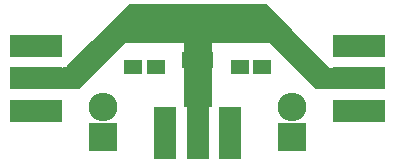
<source format=gts>
G04 #@! TF.FileFunction,Soldermask,Top*
%FSLAX46Y46*%
G04 Gerber Fmt 4.6, Leading zero omitted, Abs format (unit mm)*
G04 Created by KiCad (PCBNEW 4.0.2+dfsg1-stable) date Sa 25 Mär 2017 16:29:51 CET*
%MOMM*%
G01*
G04 APERTURE LIST*
%ADD10C,0.100000*%
%ADD11R,4.464000X1.924000*%
%ADD12R,1.600000X1.150000*%
%ADD13R,1.150000X1.600000*%
%ADD14R,1.924000X4.464000*%
%ADD15R,2.432000X2.432000*%
%ADD16O,2.432000X2.432000*%
%ADD17R,0.798780X1.149300*%
%ADD18R,0.800000X1.400000*%
%ADD19C,0.200000*%
G04 APERTURE END LIST*
D10*
D11*
X29700000Y9000000D03*
X29700000Y6230000D03*
X29700000Y11770000D03*
X2300000Y9000000D03*
X2300000Y11770000D03*
X2300000Y6230000D03*
D12*
X18050000Y14000000D03*
X19950000Y14000000D03*
D13*
X16000000Y9450000D03*
X16000000Y7550000D03*
D12*
X12050000Y14000000D03*
X13950000Y14000000D03*
X19550000Y10000000D03*
X21450000Y10000000D03*
X12450000Y10000000D03*
X10550000Y10000000D03*
D14*
X16000000Y4400000D03*
X13230000Y4400000D03*
X18770000Y4400000D03*
D15*
X24000000Y4000000D03*
D16*
X24000000Y6540000D03*
D15*
X8000000Y4000000D03*
D16*
X8000000Y6540000D03*
D17*
X16650240Y12949960D03*
X16000000Y12949960D03*
X15349760Y12949960D03*
X15349760Y11050040D03*
X16000000Y11050040D03*
X16650240Y11050040D03*
D18*
X15050000Y10600000D03*
X16000000Y10600000D03*
X16950000Y10600000D03*
X15050000Y13400000D03*
X16000000Y13400000D03*
X16950000Y13400000D03*
D19*
G36*
X27129289Y9829289D02*
X27162371Y9807350D01*
X27200000Y9800000D01*
X27500000Y9800000D01*
X27500000Y8200000D01*
X26041422Y8200000D01*
X22170711Y12070711D01*
X22137629Y12092650D01*
X22100000Y12100000D01*
X17200000Y12100000D01*
X17161094Y12092121D01*
X17128319Y12069727D01*
X17106839Y12036346D01*
X17100000Y12000000D01*
X17100000Y6700000D01*
X14900000Y6700000D01*
X14900000Y12000000D01*
X14892121Y12038906D01*
X14869727Y12071681D01*
X14836346Y12093161D01*
X14800000Y12100000D01*
X9900000Y12100000D01*
X9861094Y12092121D01*
X9829289Y12070711D01*
X5958578Y8200000D01*
X4600000Y8200000D01*
X4600000Y9900000D01*
X4900000Y9900000D01*
X4938906Y9907879D01*
X4970711Y9929289D01*
X10241422Y15200000D01*
X21758578Y15200000D01*
X27129289Y9829289D01*
X27129289Y9829289D01*
G37*
X27129289Y9829289D02*
X27162371Y9807350D01*
X27200000Y9800000D01*
X27500000Y9800000D01*
X27500000Y8200000D01*
X26041422Y8200000D01*
X22170711Y12070711D01*
X22137629Y12092650D01*
X22100000Y12100000D01*
X17200000Y12100000D01*
X17161094Y12092121D01*
X17128319Y12069727D01*
X17106839Y12036346D01*
X17100000Y12000000D01*
X17100000Y6700000D01*
X14900000Y6700000D01*
X14900000Y12000000D01*
X14892121Y12038906D01*
X14869727Y12071681D01*
X14836346Y12093161D01*
X14800000Y12100000D01*
X9900000Y12100000D01*
X9861094Y12092121D01*
X9829289Y12070711D01*
X5958578Y8200000D01*
X4600000Y8200000D01*
X4600000Y9900000D01*
X4900000Y9900000D01*
X4938906Y9907879D01*
X4970711Y9929289D01*
X10241422Y15200000D01*
X21758578Y15200000D01*
X27129289Y9829289D01*
M02*

</source>
